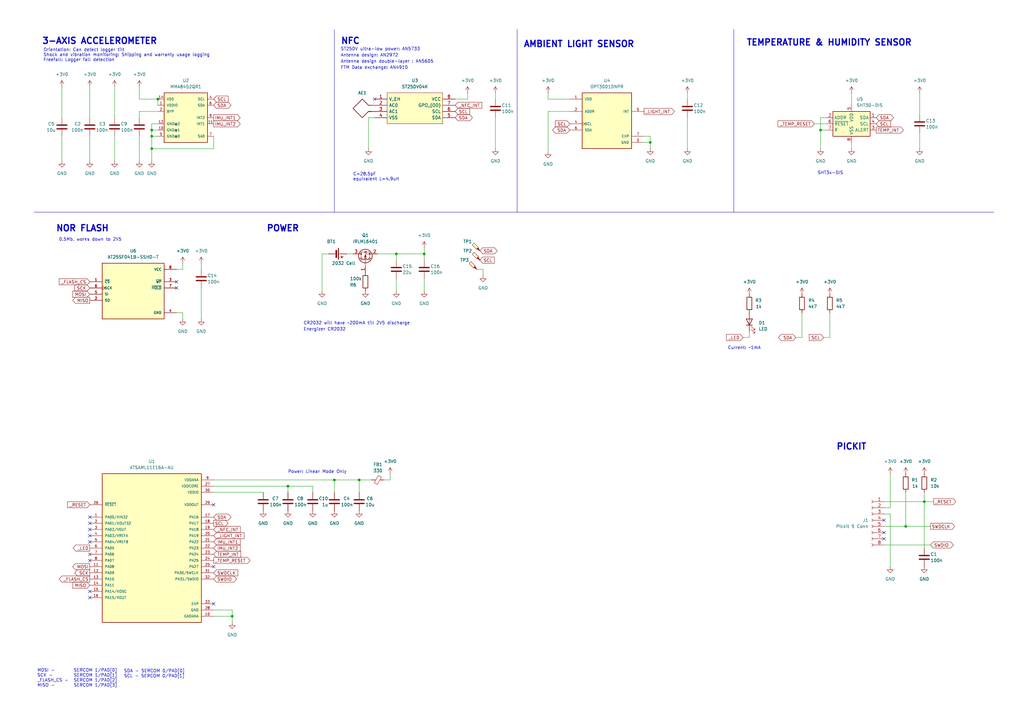
<source format=kicad_sch>
(kicad_sch (version 20230121) (generator eeschema)
  (paper "A3")
  (lib_symbols
    (symbol "AT25DF041B-XMHN-B:AT25DF041B-XMHN-B" (pin_names (offset 1.016))
      (property "Reference" "U" (at -12.7 13.462 0))
      (property "Value" "AT25DF041B-XMHN-B" (at -12.7 -12.7 0))
      (symbol "AT25DF041B-XMHN-B_0_0"
        (pin input line (at -17.78 5.08 0) (length 5.08) (name "~{CS}") (number "1"))
        (pin bidirectional line (at -17.78 -2.54 0) (length 5.08) (name "SO") (number "2"))
        (pin bidirectional line (at 17.78 5.08 180) (length 5.08) (name "~{WP}") (number "3"))
        (pin power_in line (at 17.78 -7.62 180) (length 5.08) (name "GND") (number "4"))
        (pin bidirectional line (at -17.78 0 0) (length 5.08) (name "SI") (number "5"))
        (pin input clock (at -17.78 2.54 0) (length 5.08) (name "SCK") (number "6"))
        (pin bidirectional line (at 17.78 2.54 180) (length 5.08) (name "~{HOLD}") (number "7"))
        (pin power_in line (at 17.78 10.16 180) (length 5.08) (name "VCC") (number "8"))
      )
    )
    (symbol "ATSAML11E16A-MU:ATSAML11E16A-MU" (pin_names (offset 1.016))
      (property "Reference" "U" (at -20.32 31.115 0))
      (property "Value" "ATSAML11E16A-MU" (at -20.32 -33.02 0))
      (symbol "ATSAML11E16A-MU_0_0"
        (pin bidirectional line (at -25.4 12.7 0) (length 5.08) (name "PA00/XIN32") (number "1"))
        (pin power_in line (at 25.4 -27.94 180) (length 5.08) (name "GNDANA") (number "10"))
        (pin bidirectional line (at -25.4 -7.62 0) (length 5.08) (name "PA08") (number "11"))
        (pin bidirectional line (at -25.4 -10.16 0) (length 5.08) (name "PA09") (number "12"))
        (pin bidirectional line (at -25.4 -12.7 0) (length 5.08) (name "PA10") (number "13"))
        (pin bidirectional line (at -25.4 -15.24 0) (length 5.08) (name "PA11") (number "14"))
        (pin bidirectional line (at -25.4 -17.78 0) (length 5.08) (name "PA14/XOSC") (number "15"))
        (pin bidirectional line (at -25.4 -20.32 0) (length 5.08) (name "PA15/XOUT") (number "16"))
        (pin bidirectional line (at 25.4 12.7 180) (length 5.08) (name "PA16") (number "17"))
        (pin bidirectional line (at 25.4 10.16 180) (length 5.08) (name "PA17") (number "18"))
        (pin bidirectional line (at 25.4 7.62 180) (length 5.08) (name "PA18") (number "19"))
        (pin bidirectional line (at -25.4 10.16 0) (length 5.08) (name "PA01/XOUT32") (number "2"))
        (pin bidirectional line (at 25.4 5.08 180) (length 5.08) (name "PA19") (number "20"))
        (pin bidirectional line (at 25.4 2.54 180) (length 5.08) (name "PA22") (number "21"))
        (pin bidirectional line (at 25.4 0 180) (length 5.08) (name "PA23") (number "22"))
        (pin bidirectional line (at 25.4 -2.54 180) (length 5.08) (name "PA24") (number "23"))
        (pin bidirectional line (at 25.4 -5.08 180) (length 5.08) (name "PA25") (number "24"))
        (pin bidirectional line (at 25.4 -7.62 180) (length 5.08) (name "PA27") (number "25"))
        (pin input line (at -25.4 17.78 0) (length 5.08) (name "~{RESET}") (number "26"))
        (pin power_in line (at 25.4 25.4 180) (length 5.08) (name "VDDCORE") (number "27"))
        (pin power_in line (at 25.4 -25.4 180) (length 5.08) (name "GND") (number "28"))
        (pin output line (at 25.4 17.78 180) (length 5.08) (name "VDDOUT") (number "29"))
        (pin bidirectional line (at -25.4 7.62 0) (length 5.08) (name "PA02/VOUT") (number "3"))
        (pin power_in line (at 25.4 22.86 180) (length 5.08) (name "VDDIO") (number "30"))
        (pin bidirectional line (at 25.4 -10.16 180) (length 5.08) (name "PA30/SWCLK") (number "31"))
        (pin bidirectional line (at 25.4 -12.7 180) (length 5.08) (name "PA31/SWDIO") (number "32"))
        (pin power_in line (at 25.4 -22.86 180) (length 5.08) (name "EXP") (number "33"))
        (pin bidirectional line (at -25.4 5.08 0) (length 5.08) (name "PA03/VREFA") (number "4"))
        (pin bidirectional line (at -25.4 2.54 0) (length 5.08) (name "PA04/VREFB") (number "5"))
        (pin bidirectional line (at -25.4 0 0) (length 5.08) (name "PA05") (number "6"))
        (pin bidirectional line (at -25.4 -2.54 0) (length 5.08) (name "PA06") (number "7"))
        (pin bidirectional line (at -25.4 -5.08 0) (length 5.08) (name "PA07") (number "8"))
        (pin power_in line (at 25.4 27.94 180) (length 5.08) (name "VDDANA") (number "9"))
      )
    )
    (symbol "Connector:Conn_01x08_Socket" (pin_names (offset 1.016) hide)
      (property "Reference" "J" (at 0 10.16 0))
      (property "Value" "Conn_01x08_Socket" (at 0 -12.7 0))
      (symbol "Conn_01x08_Socket_1_1"
        (pin passive line (at -5.08 7.62 0) (length 3.81) (name "Pin_1") (number "1"))
        (pin passive line (at -5.08 5.08 0) (length 3.81) (name "Pin_2") (number "2"))
        (pin passive line (at -5.08 2.54 0) (length 3.81) (name "Pin_3") (number "3"))
        (pin passive line (at -5.08 0 0) (length 3.81) (name "Pin_4") (number "4"))
        (pin passive line (at -5.08 -2.54 0) (length 3.81) (name "Pin_5") (number "5"))
        (pin passive line (at -5.08 -5.08 0) (length 3.81) (name "Pin_6") (number "6"))
        (pin passive line (at -5.08 -7.62 0) (length 3.81) (name "Pin_7") (number "7"))
        (pin passive line (at -5.08 -10.16 0) (length 3.81) (name "Pin_8") (number "8"))
      )
    )
    (symbol "Connector:TestPoint_Probe" (pin_numbers hide) (pin_names (offset 0.762) hide)
      (property "Reference" "TP" (at 1.651 5.842 0))
      (property "Value" "TestPoint_Probe" (at 1.651 4.064 0))
      (symbol "TestPoint_Probe_1_1"
        (pin passive line (at 0 0 90) (length 0) (name "1") (number "1"))
      )
    )
    (symbol "Device:Antenna_Loop" (pin_numbers hide) (pin_names (offset 1.016) hide)
      (property "Reference" "AE" (at 1.27 6.35 0))
      (property "Value" "Antenna_Loop" (at 1.27 5.08 0))
      (symbol "Antenna_Loop_1_1"
        (pin input line (at 0 -5.08 90) (length 2.54) (name "~") (number "1"))
        (pin input line (at 2.54 -5.08 90) (length 2.54) (name "~") (number "2"))
      )
    )
    (symbol "Device:Battery_Cell" (pin_numbers hide) (pin_names (offset 0) hide)
      (property "Reference" "BT" (at 2.54 2.54 0))
      (property "Value" "Battery_Cell" (at 2.54 0 0))
      (symbol "Battery_Cell_1_1"
        (pin passive line (at 0 5.08 270) (length 2.54) (name "+") (number "1"))
        (pin passive line (at 0 -2.54 90) (length 2.54) (name "-") (number "2"))
      )
    )
    (symbol "Device:C" (pin_numbers hide) (pin_names (offset 0.254))
      (property "Reference" "C" (at 0.635 2.54 0))
      (property "Value" "C" (at 0.635 -2.54 0))
      (symbol "C_1_1"
        (pin passive line (at 0 3.81 270) (length 2.794) (name "~") (number "1"))
        (pin passive line (at 0 -3.81 90) (length 2.794) (name "~") (number "2"))
      )
    )
    (symbol "Device:FerriteBead_Small" (pin_numbers hide) (pin_names (offset 0))
      (property "Reference" "FB" (at 1.905 1.27 0))
      (property "Value" "FerriteBead_Small" (at 1.905 -1.27 0))
      (symbol "FerriteBead_Small_1_1"
        (pin passive line (at 0 2.54 270) (length 1.27) (name "~") (number "1"))
        (pin passive line (at 0 -2.54 90) (length 1.27) (name "~") (number "2"))
      )
    )
    (symbol "Device:LED" (pin_numbers hide) (pin_names (offset 1.016) hide)
      (property "Reference" "D" (at 0 2.54 0))
      (property "Value" "LED" (at 0 -2.54 0))
      (symbol "LED_1_1"
        (pin passive line (at -3.81 0 0) (length 2.54) (name "K") (number "1"))
        (pin passive line (at 3.81 0 180) (length 2.54) (name "A") (number "2"))
      )
    )
    (symbol "Device:Q_PMOS_GSD" (pin_names (offset 0) hide)
      (property "Reference" "Q" (at 5.08 1.27 0))
      (property "Value" "Q_PMOS_GSD" (at 5.08 -1.27 0))
      (symbol "Q_PMOS_GSD_1_1"
        (pin input line (at -5.08 0 0) (length 2.54) (name "G") (number "1"))
        (pin passive line (at 2.54 -5.08 90) (length 2.54) (name "S") (number "2"))
        (pin passive line (at 2.54 5.08 270) (length 2.54) (name "D") (number "3"))
      )
    )
    (symbol "Device:R" (pin_numbers hide) (pin_names (offset 0))
      (property "Reference" "R" (at 2.032 0 90))
      (property "Value" "R" (at 0 0 90))
      (symbol "R_1_1"
        (pin passive line (at 0 3.81 270) (length 1.27) (name "~") (number "1"))
        (pin passive line (at 0 -3.81 90) (length 1.27) (name "~") (number "2"))
      )
    )
    (symbol "GND_1" (power) (pin_names (offset 0))
      (property "Value" "GND_1" (at 0 -3.81 0))
      (symbol "GND_1_1_1"
        (pin power_in line (at 0 0 270) (length 0) hide (name "GND") (number "1"))
      )
    )
    (symbol "MMA8452Q:MMA8452Q" (pin_names (offset 1.016))
      (property "Reference" "U" (at -7.6246 10.6744 0))
      (property "Value" "MMA8452Q" (at -7.6292 -12.4611 0))
      (symbol "MMA8452Q_0_0"
        (pin bidirectional line (at -10.16 5.08 0) (length 2.54) (name "VDDIO") (number "1"))
        (pin bidirectional line (at -10.16 -5.08 0) (length 2.54) (name "GND@1") (number "10"))
        (pin bidirectional line (at 12.7 -2.54 180) (length 2.54) (name "INT1") (number "11"))
        (pin bidirectional line (at -10.16 -2.54 0) (length 2.54) (name "GND@2") (number "12"))
        (pin bidirectional line (at -10.16 7.62 0) (length 2.54) (name "VDD") (number "14"))
        (pin bidirectional line (at -10.16 2.54 0) (length 2.54) (name "BYP") (number "2"))
        (pin bidirectional line (at 12.7 7.62 180) (length 2.54) (name "SCL") (number "4"))
        (pin bidirectional line (at -10.16 -7.62 0) (length 2.54) (name "GND@0") (number "5"))
        (pin bidirectional line (at 12.7 5.08 180) (length 2.54) (name "SDA") (number "6"))
        (pin bidirectional line (at 12.7 -7.62 180) (length 2.54) (name "SA0") (number "7"))
        (pin bidirectional line (at 12.7 0 180) (length 2.54) (name "INT2") (number "9"))
      )
    )
    (symbol "OPT3001DNPR:OPT3001DNPR" (pin_names (offset 1.016))
      (property "Reference" "U" (at -10.16 13.97 0))
      (property "Value" "OPT3001DNPR" (at -10.16 -11.43 0))
      (symbol "OPT3001DNPR_0_0"
        (pin power_in line (at -15.24 10.16 0) (length 5.08) (name "VDD") (number "1"))
        (pin input line (at -15.24 5.08 0) (length 5.08) (name "ADDR") (number "2"))
        (pin power_in line (at 15.24 -7.62 180) (length 5.08) (name "GND") (number "3"))
        (pin input clock (at -15.24 0 0) (length 5.08) (name "SCL") (number "4"))
        (pin output line (at 15.24 5.08 180) (length 5.08) (name "INT") (number "5"))
        (pin bidirectional line (at -15.24 -2.54 0) (length 5.08) (name "SDA") (number "6"))
        (pin passive line (at 15.24 -5.08 180) (length 5.08) (name "EXP") (number "7"))
      )
    )
    (symbol "ST25DV64K-IER8T3:ST25DV64K-IER8T3" (pin_names (offset 0.762))
      (property "Reference" "IC?" (at 16.51 7.62 0))
      (property "Value" "ST25DV64K-IER8T3" (at 16.51 5.08 0))
      (symbol "ST25DV64K-IER8T3_0_0"
        (pin passive line (at 0 0 0) (length 5.08) (name "V_EH") (number "1"))
        (pin passive line (at 0 -2.54 0) (length 5.08) (name "AC0") (number "2"))
        (pin passive line (at 0 -5.08 0) (length 5.08) (name "AC1") (number "3"))
        (pin passive line (at 0 -7.62 0) (length 5.08) (name "VSS") (number "4"))
        (pin passive line (at 33.02 -7.62 180) (length 5.08) (name "SDA") (number "5"))
        (pin passive line (at 33.02 -5.08 180) (length 5.08) (name "SCL") (number "6"))
        (pin passive line (at 33.02 -2.54 180) (length 5.08) (name "GPO_(OD)") (number "7"))
        (pin passive line (at 33.02 0 180) (length 5.08) (name "VCC") (number "8"))
      )
    )
    (symbol "Sensor_Humidity:SHT30-DIS"
      (property "Reference" "U" (at -6.35 6.35 0))
      (property "Value" "SHT30-DIS" (at 6.35 6.35 0))
      (symbol "SHT30-DIS_1_1"
        (pin bidirectional line (at 10.16 2.54 180) (length 2.54) (name "SDA") (number "1"))
        (pin input line (at -10.16 2.54 0) (length 2.54) (name "ADDR") (number "2"))
        (pin output line (at 10.16 -2.54 180) (length 2.54) (name "ALERT") (number "3"))
        (pin input line (at 10.16 0 180) (length 2.54) (name "SCL") (number "4"))
        (pin power_in line (at 0 7.62 270) (length 2.54) (name "VDD") (number "5"))
        (pin input line (at -10.16 0 0) (length 2.54) (name "~{RESET}") (number "6"))
        (pin passive line (at -10.16 -2.54 0) (length 2.54) (name "R") (number "7"))
        (pin power_in line (at 0 -7.62 90) (length 2.54) (name "VSS") (number "8"))
        (pin passive line (at 0 -7.62 90) (length 2.54) hide (name "VSS") (number "9"))
      )
    )
    (symbol "power:+3V0" (power) (pin_names (offset 0))
      (property "Value" "+3V0" (at 0 3.556 0))
      (symbol "+3V0_1_1"
        (pin power_in line (at 0 0 90) (length 0) hide (name "+3V0") (number "1"))
      )
    )
    (symbol "power:GND" (power) (pin_names (offset 0))
      (property "Value" "GND" (at 0 -3.81 0))
      (symbol "GND_1_1"
        (pin power_in line (at 0 0 270) (length 0) hide (name "GND") (number "1"))
      )
    )
  )
  (junction (at 173.99 104.14))
  (junction (at 137.16 196.85))
  (junction (at 62.23 53.34))
  (junction (at 379.095 205.74))
  (junction (at 147.32 196.85))
  (junction (at 64.77 40.64))
  (junction (at 95.25 252.73))
  (junction (at 118.11 199.39))
  (junction (at 62.23 60.96))
  (junction (at 336.55 53.34))
  (junction (at 62.23 55.88))
  (junction (at 266.7 58.42))
  (junction (at 371.475 215.9))
  (junction (at 162.56 104.14))
  (no_connect (at 36.83 229.87))
  (no_connect (at 36.83 222.25))
  (no_connect (at 87.63 247.65))
  (no_connect (at 36.83 217.17))
  (no_connect (at 36.83 219.71))
  (no_connect (at 153.67 40.64))
  (no_connect (at 87.63 232.41))
  (no_connect (at 36.83 245.11))
  (no_connect (at 87.63 207.01))
  (no_connect (at 36.83 227.33))
  (no_connect (at 72.39 118.11))
  (no_connect (at 362.585 213.36))
  (no_connect (at 362.585 220.98))
  (no_connect (at 362.585 218.44))
  (no_connect (at 36.83 242.57))
  (no_connect (at 36.83 212.09))
  (no_connect (at 72.39 115.57))
  (no_connect (at 36.83 214.63))
  (wire (pts (xy 147.32 196.85) (xy 152.4 196.85)))
  (wire (pts (xy 62.23 50.8) (xy 64.77 50.8)))
  (wire (pts (xy 336.55 53.34) (xy 339.09 53.34)))
  (wire (pts (xy 336.55 48.26) (xy 339.09 48.26)))
  (wire (pts (xy 57.15 40.64) (xy 64.77 40.64)))
  (wire (pts (xy 349.25 38.1) (xy 349.25 43.18)))
  (wire (pts (xy 281.94 48.26) (xy 281.94 60.96)))
  (wire (pts (xy 132.08 104.14) (xy 134.62 104.14)))
  (wire (pts (xy 173.99 119.38) (xy 173.99 114.3)))
  (wire (pts (xy 62.23 55.88) (xy 64.77 55.88)))
  (wire (pts (xy 162.56 104.14) (xy 162.56 106.68)))
  (wire (pts (xy 198.12 110.49) (xy 198.12 113.03)))
  (wire (pts (xy 87.63 250.19) (xy 95.25 250.19)))
  (polyline (pts (xy 13.97 86.995) (xy 137.16 86.995)))
  (wire (pts (xy 349.25 60.96) (xy 349.25 58.42)))
  (wire (pts (xy 74.93 107.95) (xy 74.93 110.49)))
  (wire (pts (xy 82.55 107.95) (xy 82.55 110.49)))
  (wire (pts (xy 62.23 55.88) (xy 62.23 53.34)))
  (wire (pts (xy 304.8 138.43) (xy 307.34 138.43)))
  (wire (pts (xy 87.63 199.39) (xy 118.11 199.39)))
  (wire (pts (xy 362.585 205.74) (xy 379.095 205.74)))
  (wire (pts (xy 224.79 40.64) (xy 224.79 38.1)))
  (wire (pts (xy 151.13 48.26) (xy 151.13 60.96)))
  (wire (pts (xy 162.56 119.38) (xy 162.56 114.3)))
  (wire (pts (xy 336.55 60.96) (xy 336.55 53.34)))
  (polyline (pts (xy 300.99 86.995) (xy 407.67 86.995)))
  (wire (pts (xy 264.16 55.88) (xy 266.7 55.88)))
  (wire (pts (xy 191.77 38.1) (xy 191.77 40.64)))
  (wire (pts (xy 365.125 208.28) (xy 362.585 208.28)))
  (wire (pts (xy 281.94 38.1) (xy 281.94 40.64)))
  (wire (pts (xy 95.25 250.19) (xy 95.25 252.73)))
  (wire (pts (xy 128.27 201.93) (xy 128.27 199.39)))
  (wire (pts (xy 379.095 205.74) (xy 382.905 205.74)))
  (wire (pts (xy 381.635 215.9) (xy 371.475 215.9)))
  (wire (pts (xy 365.125 210.82) (xy 362.585 210.82)))
  (wire (pts (xy 203.2 60.96) (xy 203.2 48.26)))
  (wire (pts (xy 137.16 196.85) (xy 137.16 201.93)))
  (wire (pts (xy 137.16 196.85) (xy 147.32 196.85)))
  (wire (pts (xy 334.01 50.8) (xy 339.09 50.8)))
  (wire (pts (xy 266.7 55.88) (xy 266.7 58.42)))
  (wire (pts (xy 377.19 38.1) (xy 377.19 46.99)))
  (polyline (pts (xy 212.09 86.995) (xy 300.99 86.995)))
  (wire (pts (xy 62.23 53.34) (xy 64.77 53.34)))
  (wire (pts (xy 186.69 40.64) (xy 191.77 40.64)))
  (wire (pts (xy 62.23 60.96) (xy 62.23 66.04)))
  (wire (pts (xy 36.83 55.88) (xy 36.83 66.04)))
  (wire (pts (xy 72.39 110.49) (xy 74.93 110.49)))
  (wire (pts (xy 46.99 55.88) (xy 46.99 66.04)))
  (wire (pts (xy 87.63 60.96) (xy 87.63 55.88)))
  (polyline (pts (xy 300.99 86.995) (xy 300.99 12.065)))
  (wire (pts (xy 25.4 35.56) (xy 25.4 48.26)))
  (wire (pts (xy 198.12 110.49) (xy 195.58 110.49)))
  (wire (pts (xy 362.585 223.52) (xy 381.635 223.52)))
  (wire (pts (xy 25.4 66.04) (xy 25.4 55.88)))
  (wire (pts (xy 62.23 60.96) (xy 87.63 60.96)))
  (wire (pts (xy 336.55 53.34) (xy 336.55 48.26)))
  (wire (pts (xy 87.63 196.85) (xy 137.16 196.85)))
  (wire (pts (xy 147.32 201.93) (xy 147.32 196.85)))
  (wire (pts (xy 36.83 35.56) (xy 36.83 48.26)))
  (wire (pts (xy 224.79 45.72) (xy 233.68 45.72)))
  (wire (pts (xy 365.125 194.31) (xy 365.125 208.28)))
  (wire (pts (xy 95.25 255.27) (xy 95.25 252.73)))
  (polyline (pts (xy 137.16 12.065) (xy 137.16 86.995)))
  (wire (pts (xy 326.39 138.43) (xy 328.93 138.43)))
  (wire (pts (xy 57.15 35.56) (xy 57.15 40.64)))
  (wire (pts (xy 160.02 196.85) (xy 157.48 196.85)))
  (wire (pts (xy 377.19 60.96) (xy 377.19 54.61)))
  (polyline (pts (xy 212.09 86.995) (xy 212.09 12.065)))
  (wire (pts (xy 224.79 40.64) (xy 233.68 40.64)))
  (wire (pts (xy 74.93 130.81) (xy 74.93 128.27)))
  (wire (pts (xy 62.23 60.96) (xy 62.23 55.88)))
  (wire (pts (xy 365.125 232.41) (xy 365.125 210.82)))
  (wire (pts (xy 62.23 53.34) (xy 62.23 50.8)))
  (wire (pts (xy 154.94 104.14) (xy 162.56 104.14)))
  (wire (pts (xy 72.39 128.27) (xy 74.93 128.27)))
  (wire (pts (xy 328.93 128.27) (xy 328.93 138.43)))
  (wire (pts (xy 371.475 201.93) (xy 371.475 215.9)))
  (wire (pts (xy 57.15 55.88) (xy 57.15 66.04)))
  (wire (pts (xy 160.02 194.31) (xy 160.02 196.85)))
  (wire (pts (xy 264.16 58.42) (xy 266.7 58.42)))
  (wire (pts (xy 151.13 48.26) (xy 153.67 48.26)))
  (wire (pts (xy 173.99 106.68) (xy 173.99 104.14)))
  (wire (pts (xy 87.63 201.93) (xy 107.95 201.93)))
  (wire (pts (xy 203.2 38.1) (xy 203.2 40.64)))
  (wire (pts (xy 82.55 130.81) (xy 82.55 118.11)))
  (wire (pts (xy 64.77 40.64) (xy 64.77 43.18)))
  (wire (pts (xy 340.36 138.43) (xy 337.82 138.43)))
  (wire (pts (xy 128.27 199.39) (xy 118.11 199.39)))
  (wire (pts (xy 173.99 101.6) (xy 173.99 104.14)))
  (wire (pts (xy 379.095 201.93) (xy 379.095 205.74)))
  (wire (pts (xy 162.56 104.14) (xy 173.99 104.14)))
  (wire (pts (xy 307.34 138.43) (xy 307.34 135.89)))
  (wire (pts (xy 46.99 35.56) (xy 46.99 48.26)))
  (wire (pts (xy 340.36 128.27) (xy 340.36 138.43)))
  (wire (pts (xy 57.15 45.72) (xy 64.77 45.72)))
  (wire (pts (xy 142.24 104.14) (xy 144.78 104.14)))
  (polyline (pts (xy 137.16 86.995) (xy 212.09 86.995)))
  (wire (pts (xy 87.63 252.73) (xy 95.25 252.73)))
  (wire (pts (xy 371.475 215.9) (xy 362.585 215.9)))
  (wire (pts (xy 224.79 62.23) (xy 224.79 45.72)))
  (wire (pts (xy 379.095 205.74) (xy 379.095 224.79)))
  (wire (pts (xy 57.15 48.26) (xy 57.15 45.72)))
  (wire (pts (xy 132.08 104.14) (xy 132.08 119.38)))
  (wire (pts (xy 266.7 58.42) (xy 266.7 60.96)))
  (wire (pts (xy 118.11 199.39) (xy 118.11 201.93)))
  (text "Current: ~1mA " (at 298.45 143.51 0) (effects (font (size 1.27 1.27)) (justify left bottom)))
  (text "CR2032 will have ~200mA till 2V5 discharge" (at 124.46 133.35 0) (effects (font (size 1.27 1.27)) (justify left bottom)))
  (text "С=28.5pF\nequivalent L=4.9uH" (at 144.78 74.295 0) (effects (font (size 1.27 1.27)) (justify left bottom)))
  (text "MOSI -		SERCOM 1/PAD[0]\nSCK -		SERCOM 1/PAD[1]\n_FLASH_CS -	SERCOM 1/PAD[2]\nMISO -		SERCOM 1/PAD[3]" (at 15.24 281.94 0) (effects (font (size 1.27 1.27)) (justify left bottom)))
  (text "POWER" (at 109.22 95.25 0) (effects (font (size 2.54 2.54) (thickness 0.508) bold) (justify left bottom)))
  (text "TEMPERATURE & HUMIDITY SENSOR\n" (at 306.07 19.05 0) (effects (font (size 2.54 2.54) (thickness 0.508) bold) (justify left bottom)))
  (text "SDA - SERCOM 0/PAD[0]\nSCL - SERCOM 0/PAD[1]" (at 50.8 278.13 0) (effects (font (size 1.27 1.27)) (justify left bottom)))
  (text "ST25DV ultra-low power: AN5733" (at 139.7 20.955 0) (effects (font (size 1.27 1.27)) (justify left bottom)))
  (text "NOR FLASH" (at 22.86 95.25 0) (effects (font (size 2.54 2.54) (thickness 0.508) bold) (justify left bottom)))
  (text "Antenna design double-layer : AN5605" (at 139.7 26.035 0) (effects (font (size 1.27 1.27)) (justify left bottom)))
  (text "FTM Data exchange: AN4910" (at 139.7 28.575 0) (effects (font (size 1.27 1.27)) (justify left bottom)))
  (text "3-AXIS ACCELEROMETER" (at 17.145 18.415 0) (effects (font (size 2.54 2.54) (thickness 0.508) bold) (justify left bottom)))
  (text "Antenna design: AN2972" (at 139.7 23.495 0) (effects (font (size 1.27 1.27)) (justify left bottom)))
  (text "Power: Linear Mode Only" (at 118.11 194.31 0) (effects (font (size 1.27 1.27)) (justify left bottom)))
  (text "0.5Mb, works down to 2V5 " (at 24.13 99.06 0) (effects (font (size 1.27 1.27)) (justify left bottom)))
  (text "AMBIENT LIGHT SENSOR\n" (at 214.63 19.685 0) (effects (font (size 2.54 2.54) (thickness 0.508) bold) (justify left bottom)))
  (text "SHT3x-DIS" (at 335.28 71.755 0) (effects (font (size 1.27 1.27)) (justify left bottom)))
  (text "PICKIT " (at 342.9 184.785 0) (effects (font (size 2.54 2.54) (thickness 0.508) bold) (justify left bottom)))
  (text "Orientation: Can detect logger tilt\nShock and vibration monitoring: Shipping and warranty usage logging\nFreefall: Logger fall detection" (at 17.78 25.4 0) (effects (font (size 1.27 1.27)) (justify left bottom)))
  (text "Energizer CR2032" (at 124.46 135.89 0) (effects (font (size 1.27 1.27)) (justify left bottom)))
  (text "NFC\n" (at 139.7 18.415 0) (effects (font (size 2.54 2.54) (thickness 0.508) bold) (justify left bottom)))
  (global_label "_LIGHT_INT" (shape output) (at 264.16 45.72 0) (property "Intersheetrefs" "${INTERSHEET_REFS}" (effects hide)))
  (global_label "SCL" (shape input) (at 186.69 45.72 0) (property "Intersheetrefs" "${INTERSHEET_REFS}" (effects hide)))
  (global_label "SCL" (shape input) (at 359.41 50.8 0) (property "Intersheetrefs" "${INTERSHEET_REFS}" (effects hide)))
  (global_label "SDA" (shape bidirectional) (at 87.63 43.18 0) (property "Intersheetrefs" "${INTERSHEET_REFS}" (effects hide)))
  (global_label "SCL" (shape output) (at 87.63 214.63 0) (property "Intersheetrefs" "${INTERSHEET_REFS}" (effects hide)))
  (global_label "TEMP_INT" (shape input) (at 87.63 227.33 0) (property "Intersheetrefs" "${INTERSHEET_REFS}" (effects hide)))
  (global_label "SDA" (shape bidirectional) (at 359.41 48.26 0) (property "Intersheetrefs" "${INTERSHEET_REFS}" (effects hide)))
  (global_label "SWDCLK" (shape output) (at 381.635 215.9 0) (property "Intersheetrefs" "${INTERSHEET_REFS}" (effects hide)))
  (global_label "SCL" (shape input) (at 337.82 138.43 180) (property "Intersheetrefs" "${INTERSHEET_REFS}" (effects hide)))
  (global_label "SWDCLK" (shape input) (at 87.63 234.95 0) (property "Intersheetrefs" "${INTERSHEET_REFS}" (effects hide)))
  (global_label "_LIGHT_INT" (shape input) (at 87.63 219.71 0) (property "Intersheetrefs" "${INTERSHEET_REFS}" (effects hide)))
  (global_label "SCK" (shape input) (at 36.83 118.11 180) (property "Intersheetrefs" "${INTERSHEET_REFS}" (effects hide)))
  (global_label "IMU_INT1" (shape input) (at 87.63 222.25 0) (property "Intersheetrefs" "${INTERSHEET_REFS}" (effects hide)))
  (global_label "_NFC_INT" (shape input) (at 186.69 43.18 0) (property "Intersheetrefs" "${INTERSHEET_REFS}" (effects hide)))
  (global_label "IMU_INT1" (shape output) (at 87.63 48.26 0) (property "Intersheetrefs" "${INTERSHEET_REFS}" (effects hide)))
  (global_label "SDA" (shape bidirectional) (at 87.63 212.09 0) (property "Intersheetrefs" "${INTERSHEET_REFS}" (effects hide)))
  (global_label "SDA" (shape bidirectional) (at 233.68 53.34 180) (property "Intersheetrefs" "${INTERSHEET_REFS}" (effects hide)))
  (global_label "_NFC_INT" (shape input) (at 87.63 217.17 0) (property "Intersheetrefs" "${INTERSHEET_REFS}" (effects hide)))
  (global_label "SDA" (shape bidirectional) (at 326.39 138.43 180) (property "Intersheetrefs" "${INTERSHEET_REFS}" (effects hide)))
  (global_label "_FLASH_CS" (shape output) (at 36.83 237.49 180) (property "Intersheetrefs" "${INTERSHEET_REFS}" (effects hide)))
  (global_label "_TEMP_RESET" (shape output) (at 87.63 229.87 0) (property "Intersheetrefs" "${INTERSHEET_REFS}" (effects hide)))
  (global_label "SCK" (shape output) (at 36.83 234.95 180) (property "Intersheetrefs" "${INTERSHEET_REFS}" (effects hide)))
  (global_label "_RESET" (shape input) (at 36.83 207.01 180) (property "Intersheetrefs" "${INTERSHEET_REFS}" (effects hide)))
  (global_label "SCL" (shape input) (at 196.85 106.68 0) (property "Intersheetrefs" "${INTERSHEET_REFS}" (effects hide)))
  (global_label "_TEMP_RESET" (shape input) (at 334.01 50.8 180) (property "Intersheetrefs" "${INTERSHEET_REFS}" (effects hide)))
  (global_label "SWDIO" (shape bidirectional) (at 87.63 237.49 0) (property "Intersheetrefs" "${INTERSHEET_REFS}" (effects hide)))
  (global_label "_LED" (shape output) (at 36.83 224.79 180) (property "Intersheetrefs" "${INTERSHEET_REFS}" (effects hide)))
  (global_label "SCL" (shape input) (at 233.68 50.8 180) (property "Intersheetrefs" "${INTERSHEET_REFS}" (effects hide)))
  (global_label "SDA" (shape bidirectional) (at 196.85 102.87 0) (property "Intersheetrefs" "${INTERSHEET_REFS}" (effects hide)))
  (global_label "_LED" (shape input) (at 304.8 138.43 180) (property "Intersheetrefs" "${INTERSHEET_REFS}" (effects hide)))
  (global_label "_RESET" (shape output) (at 382.905 205.74 0) (property "Intersheetrefs" "${INTERSHEET_REFS}" (effects hide)))
  (global_label "SDA" (shape bidirectional) (at 186.69 48.26 0) (property "Intersheetrefs" "${INTERSHEET_REFS}" (effects hide)))
  (global_label "SCL" (shape input) (at 87.63 40.64 0) (property "Intersheetrefs" "${INTERSHEET_REFS}" (effects hide)))
  (global_label "MISO" (shape output) (at 36.83 123.19 180) (property "Intersheetrefs" "${INTERSHEET_REFS}" (effects hide)))
  (global_label "_FLASH_CS" (shape input) (at 36.83 115.57 180) (property "Intersheetrefs" "${INTERSHEET_REFS}" (effects hide)))
  (global_label "IMU_INT2" (shape input) (at 87.63 224.79 0) (property "Intersheetrefs" "${INTERSHEET_REFS}" (effects hide)))
  (global_label "MISO" (shape input) (at 36.83 240.03 180) (property "Intersheetrefs" "${INTERSHEET_REFS}" (effects hide)))
  (global_label "IMU_INT2" (shape output) (at 87.63 50.8 0) (property "Intersheetrefs" "${INTERSHEET_REFS}" (effects hide)))
  (global_label "TEMP_INT" (shape output) (at 359.41 53.34 0) (property "Intersheetrefs" "${INTERSHEET_REFS}" (effects hide)))
  (global_label "MOSI" (shape output) (at 36.83 232.41 180) (property "Intersheetrefs" "${INTERSHEET_REFS}" (effects hide)))
  (global_label "SWDIO" (shape bidirectional) (at 381.635 223.52 0) (property "Intersheetrefs" "${INTERSHEET_REFS}" (effects hide)))
  (global_label "MOSI" (shape input) (at 36.83 120.65 180) (property "Intersheetrefs" "${INTERSHEET_REFS}" (effects hide)))
  (symbol (lib_id "power:+3V0") (at 173.99 101.6 0) (mirror y) (unit 1)
    (property "Reference" "#PWR044" (effects hide))
    (property "Value" "+3V0" (at 173.99 96.52 0))
  )
  (symbol (lib_id "Connector:Conn_01x08_Socket") (at 357.505 213.36 0) (mirror y) (unit 1) (in_bom no)
    (property "Reference" "J1" (at 356.235 213.36 0) (effects (justify left)))
    (property "Value" "Pickit 5 Conn" (at 356.235 215.9 0) (effects (justify left)))
    (property "Footprint" "Connector_PinSocket_2.54mm:PinSocket_1x08_P2.54mm_Vertical" (effects hide))
    (property "Datasheet" "https://ww1.microchip.com/downloads/aemDocuments/documents/DEV/ProductDocuments/UserGuides/MPLAB-PICkit-5-In-Circuit-Debugger-Users-Guide-50003525.pdf" (effects hide))
  )
  (symbol (lib_id "power:+3V0") (at 46.99 35.56 0) (unit 1)
    (property "Reference" "#PWR07" (effects hide))
    (property "Value" "+3V0" (at 46.99 30.48 0))
  )
  (symbol (lib_id "Device:C") (at 25.4 52.07 0) (unit 1)
    (property "Reference" "C5" (at 19.685 50.8 0) (effects (justify left)))
    (property "Value" "10u" (at 19.05 53.34 0) (effects (justify left)))
    (property "Footprint" "Capacitor_SMD:C_0805_2012Metric_Pad1.18x1.45mm_HandSolder" (effects hide))
    (property "LCSC Part" "C1713" (effects hide))
    (property "URL" "https://www.lcsc.com/product-detail/Multilayer-Ceramic-Capacitors-MLCC-SMD-SMT_Samsung-Electro-Mechanics-CL21A106KOQNNNE_C1713.html" (effects hide))
    (property "Part" "CL21A106KOQNNNE" (effects hide))
  )
  (symbol (lib_id "Device:C") (at 36.83 52.07 0) (unit 1)
    (property "Reference" "C2" (at 30.48 50.8 0) (effects (justify left)))
    (property "Value" "100n" (at 29.21 53.34 0) (effects (justify left)))
    (property "Footprint" "Capacitor_SMD:C_0805_2012Metric_Pad1.18x1.45mm_HandSolder" (effects hide))
    (property "LCSC Part" "C1711" (effects hide))
    (property "URL" "https://www.lcsc.com/product-detail/Multilayer-Ceramic-Capacitors-MLCC-SMD-SMT_Samsung-Electro-Mechanics-CL21B104KBCNNNC_C1711.html" (effects hide))
    (property "Part" "CL21B104KBCNNNC" (effects hide))
  )
  (symbol (lib_id "Device:R") (at 371.475 198.12 0) (unit 1)
    (property "Reference" "R1" (at 376.555 196.85 0) (effects (justify right)))
    (property "Value" "1k" (at 376.555 199.39 0) (effects (justify right)))
    (property "Footprint" "Resistor_SMD:R_0805_2012Metric_Pad1.20x1.40mm_HandSolder" (effects hide))
    (property "LCSC Part" "C95781" (effects hide))
    (property "URL" "https://www.lcsc.com/product-detail/Chip-Resistor-Surface-Mount_YAGEO-RC0805FR-071KL_C95781.html" (effects hide))
    (property "Part" "RC0805FR-071KL" (effects hide))
  )
  (symbol (lib_id "power:+3V0") (at 82.55 107.95 0) (mirror y) (unit 1)
    (property "Reference" "#PWR036" (effects hide))
    (property "Value" "+3V0" (at 82.55 102.87 0))
  )
  (symbol (lib_id "Device:C") (at 377.19 50.8 0) (unit 1)
    (property "Reference" "C13" (at 379.73 49.53 0) (effects (justify left)))
    (property "Value" "100n" (at 379.73 52.07 0) (effects (justify left)))
    (property "Footprint" "Capacitor_SMD:C_0805_2012Metric_Pad1.18x1.45mm_HandSolder" (effects hide))
    (property "LCSC Part" "C1711" (effects hide))
    (property "URL" "https://www.lcsc.com/product-detail/Multilayer-Ceramic-Capacitors-MLCC-SMD-SMT_Samsung-Electro-Mechanics-CL21B104KBCNNNC_C1711.html" (effects hide))
    (property "Part" "CL21B104KBCNNNC" (effects hide))
  )
  (symbol (lib_id "power:GND") (at 162.56 119.38 0) (mirror y) (unit 1)
    (property "Reference" "#PWR043" (effects hide))
    (property "Value" "GND" (at 162.56 124.46 0))
  )
  (symbol (lib_id "Device:C") (at 82.55 114.3 0) (unit 1)
    (property "Reference" "C14" (at 85.09 113.03 0) (effects (justify left)))
    (property "Value" "100n" (at 85.09 115.57 0) (effects (justify left)))
    (property "Footprint" "Capacitor_SMD:C_0805_2012Metric_Pad1.18x1.45mm_HandSolder" (effects hide))
    (property "LCSC Part" "C1711" (effects hide))
    (property "URL" "https://www.lcsc.com/product-detail/Multilayer-Ceramic-Capacitors-MLCC-SMD-SMT_Samsung-Electro-Mechanics-CL21B104KBCNNNC_C1711.html" (effects hide))
    (property "Part" "CL21B104KBCNNNC" (effects hide))
  )
  (symbol (lib_id "Device:Antenna_Loop") (at 148.59 45.72 90) (unit 1) (in_bom no)
    (property "Reference" "AE1" (at 148.59 38.1 90))
    (property "Value" "Antenna_Loop" (effects hide))
    (property "Footprint" "footprints:ANT_NFC_30x40" (effects hide))
  )
  (symbol (lib_id "power:GND") (at 377.19 60.96 0) (mirror y) (unit 1)
    (property "Reference" "#PWR035" (effects hide))
    (property "Value" "GND" (at 377.19 66.04 0))
  )
  (symbol (lib_id "OPT3001DNPR:OPT3001DNPR") (at 248.92 50.8 0) (unit 1)
    (property "Reference" "U4" (at 248.92 33.02 0))
    (property "Value" "OPT3001DNPR" (at 248.92 35.56 0))
    (property "Footprint" "Personal:SON65P200X200X65-7N" (effects hide))
    (property "Manufacturer" "Texas Instruments" (effects hide))
    (property "LCSC Part" "C90462" (effects hide))
    (property "URL" "https://www.lcsc.com/product-detail/Ambient-Light-Sensors_Texas-Instruments-OPT3001DNPR_C90462.html" (effects hide))
    (property "Part" "OPT3001DNPR" (effects hide))
  )
  (symbol (lib_id "Device:LED") (at 307.34 132.08 90) (unit 1)
    (property "Reference" "D1" (at 311.15 132.3974 90) (effects (justify right)))
    (property "Value" "LED" (at 311.15 134.9374 90) (effects (justify right)))
    (property "Footprint" "LED_SMD:LED_0805_2012Metric_Pad1.15x1.40mm_HandSolder" (effects hide))
    (property "LCSC Part" "C84260" (effects hide))
    (property "URL" "https://www.lcsc.com/product-detail/Light-Emitting-Diodes-LED_Foshan-NationStar-Optoelectronics-NCD0805G1_C84260.html" (effects hide))
    (property "Part" "NCD0805G1" (effects hide))
  )
  (symbol (lib_id "power:+3V0") (at 281.94 38.1 0) (mirror y) (unit 1)
    (property "Reference" "#PWR029" (effects hide))
    (property "Value" "+3V0" (at 281.94 33.02 0))
  )
  (symbol (lib_id "Device:FerriteBead_Small") (at 154.94 196.85 270) (unit 1)
    (property "Reference" "FB1" (at 154.9781 190.5 90))
    (property "Value" "330" (at 154.9781 193.04 90))
    (property "Footprint" "Resistor_SMD:R_0805_2012Metric_Pad1.20x1.40mm_HandSolder" (effects hide))
    (property "Description" "330Ω@100MHz 0805 Ferrite Beads" (effects hide))
    (property "LCSC Part" "C47130" (effects hide))
    (property "URL" "https://www.lcsc.com/product-detail/Ferrite-Beads_Murata-Electronics-BLM21PG331SN1D_C74764.html" (effects hide))
    (property "Part" "BLM21PG331SN1D" (effects hide))
  )
  (symbol (lib_name "GND_1") (lib_id "power:GND") (at 95.25 255.27 0) (unit 1)
    (property "Reference" "#PWR03" (effects hide))
    (property "Value" "GND" (at 95.25 260.35 0))
  )
  (symbol (lib_id "ST25DV64K-IER8T3:ST25DV64K-IER8T3") (at 153.67 40.64 0) (unit 1)
    (property "Reference" "U3" (at 170.18 33.02 0))
    (property "Value" "ST25DV04K" (at 170.18 35.56 0))
    (property "Footprint" "Package_SO:TSSOP-8_4.4x3mm_P0.65mm" (effects hide))
    (property "Datasheet" "https://datasheet.lcsc.com/lcsc/2304140030_STMicroelectronics-ST25DV04K-IER6T3_C2654816.pdf" (effects hide))
    (property "Manufacturer" "STMicroelectronics" (effects hide))
    (property "LCSC Part" "C2654816" (effects hide))
    (property "URL" "https://www.lcsc.com/product-detail/RF-Chips_STMicroelectronics-ST25DV04K-IER6T3_C2654816.html" (effects hide))
    (property "Part" "ST25DV04K-IER6T3" (effects hide))
  )
  (symbol (lib_id "power:+3V0") (at 224.79 38.1 0) (mirror y) (unit 1)
    (property "Reference" "#PWR026" (effects hide))
    (property "Value" "+3V0" (at 224.79 33.02 0))
  )
  (symbol (lib_id "Device:R") (at 379.095 198.12 0) (mirror y) (unit 1)
    (property "Reference" "R2" (at 381.635 196.85 0) (effects (justify right)))
    (property "Value" "10k" (at 381.635 199.39 0) (effects (justify right)))
    (property "Footprint" "Resistor_SMD:R_0805_2012Metric_Pad1.20x1.40mm_HandSolder" (effects hide))
    (property "URL" "https://www.lcsc.com/product-detail/Chip-Resistor-Surface-Mount_YAGEO-RC0805FR-0710KL_C84376.html" (effects hide))
    (property "LCSC Part" "C84376" (effects hide))
    (property "Part" "RC0805FR-0710KL" (effects hide))
  )
  (symbol (lib_id "power:GND") (at 147.32 209.55 0) (unit 1)
    (property "Reference" "#PWR014" (effects hide))
    (property "Value" "GND" (at 147.32 214.63 0))
  )
  (symbol (lib_id "power:GND") (at 107.95 209.55 0) (unit 1)
    (property "Reference" "#PWR016" (effects hide))
    (property "Value" "GND" (at 107.95 214.63 0))
  )
  (symbol (lib_id "power:GND") (at 149.86 119.38 0) (mirror y) (unit 1)
    (property "Reference" "#PWR041" (effects hide))
    (property "Value" "GND" (at 149.86 124.46 0))
  )
  (symbol (lib_id "power:+3V0") (at 74.93 107.95 0) (mirror y) (unit 1)
    (property "Reference" "#PWR038" (effects hide))
    (property "Value" "+3V0" (at 74.93 102.87 0))
  )
  (symbol (lib_id "Device:C") (at 137.16 205.74 0) (mirror y) (unit 1)
    (property "Reference" "C4" (at 143.51 204.47 0) (effects (justify left)))
    (property "Value" "100n" (at 144.78 207.01 0) (effects (justify left)))
    (property "Footprint" "Capacitor_SMD:C_0805_2012Metric_Pad1.18x1.45mm_HandSolder" (effects hide))
    (property "LCSC Part" "C1711" (effects hide))
    (property "URL" "https://www.lcsc.com/product-detail/Multilayer-Ceramic-Capacitors-MLCC-SMD-SMT_Samsung-Electro-Mechanics-CL21B104KBCNNNC_C1711.html" (effects hide))
    (property "Part" "CL21B104KBCNNNC" (effects hide))
  )
  (symbol (lib_id "power:GND") (at 151.13 60.96 0) (unit 1)
    (property "Reference" "#PWR022" (effects hide))
    (property "Value" "GND" (at 151.13 66.04 0))
  )
  (symbol (lib_id "power:GND") (at 137.16 209.55 0) (unit 1)
    (property "Reference" "#PWR019" (effects hide))
    (property "Value" "GND" (at 137.16 214.63 0))
  )
  (symbol (lib_id "Device:R") (at 307.34 124.46 0) (unit 1)
    (property "Reference" "R3" (at 312.42 123.19 0) (effects (justify right)))
    (property "Value" "1k" (at 312.42 125.73 0) (effects (justify right)))
    (property "Footprint" "Resistor_SMD:R_0805_2012Metric_Pad1.20x1.40mm_HandSolder" (effects hide))
    (property "LCSC Part" "C95781" (effects hide))
    (property "URL" "https://www.lcsc.com/product-detail/Chip-Resistor-Surface-Mount_YAGEO-RC0805FR-071KL_C95781.html" (effects hide))
    (property "Part" "RC0805FR-071KL" (effects hide))
  )
  (symbol (lib_id "Device:C") (at 107.95 205.74 0) (mirror y) (unit 1)
    (property "Reference" "C7" (at 114.3 204.47 0) (effects (justify left)))
    (property "Value" "100n" (at 115.57 207.01 0) (effects (justify left)))
    (property "Footprint" "Capacitor_SMD:C_0805_2012Metric_Pad1.18x1.45mm_HandSolder" (effects hide))
    (property "LCSC Part" "C1711" (effects hide))
    (property "URL" "https://www.lcsc.com/product-detail/Multilayer-Ceramic-Capacitors-MLCC-SMD-SMT_Samsung-Electro-Mechanics-CL21B104KBCNNNC_C1711.html" (effects hide))
    (property "Part" "CL21B104KBCNNNC" (effects hide))
  )
  (symbol (lib_id "Device:C") (at 46.99 52.07 0) (unit 1)
    (property "Reference" "C3" (at 40.64 50.8 0) (effects (justify left)))
    (property "Value" "100n" (at 39.37 53.34 0) (effects (justify left)))
    (property "Footprint" "Capacitor_SMD:C_0805_2012Metric_Pad1.18x1.45mm_HandSolder" (effects hide))
    (property "LCSC Part" "C1711" (effects hide))
    (property "URL" "https://www.lcsc.com/product-detail/Multilayer-Ceramic-Capacitors-MLCC-SMD-SMT_Samsung-Electro-Mechanics-CL21B104KBCNNNC_C1711.html" (effects hide))
    (property "Part" "CL21B104KBCNNNC" (effects hide))
  )
  (symbol (lib_id "power:GND") (at 128.27 209.55 0) (unit 1)
    (property "Reference" "#PWR018" (effects hide))
    (property "Value" "GND" (at 128.27 214.63 0))
  )
  (symbol (lib_id "power:+3V0") (at 365.125 194.31 0) (unit 1)
    (property "Reference" "#PWR0102" (effects hide))
    (property "Value" "+3V0" (at 365.125 189.23 0))
  )
  (symbol (lib_id "power:+3V0") (at 349.25 38.1 0) (unit 1)
    (property "Reference" "#PWR032" (effects hide))
    (property "Value" "+3V0" (at 349.25 33.02 0))
  )
  (symbol (lib_id "power:GND") (at 281.94 60.96 0) (mirror y) (unit 1)
    (property "Reference" "#PWR030" (effects hide))
    (property "Value" "GND" (at 281.94 66.04 0))
  )
  (symbol (lib_id "MMA8452Q:MMA8452Q") (at 74.93 48.26 0) (unit 1)
    (property "Reference" "U2" (at 76.2 33.02 0))
    (property "Value" "MMA8452QR1" (at 76.2 35.56 0))
    (property "Footprint" "Personal:XDCR_MMA8452QR1" (effects hide))
    (property "Datasheet" "https://datasheet.lcsc.com/lcsc/1806121726_NXP-Semicon-MMA8452QR1_C11360.pdf" (effects hide))
    (property "LCSC Part" "C11360" (effects hide))
    (property "URL" "https://www.lcsc.com/product-detail/Attitude-Sensor-Gyroscope_NXP-Semicon-MMA8452QR1_C11360.html" (effects hide))
    (property "Part" "MMA8452QR1" (effects hide))
  )
  (symbol (lib_id "Device:R") (at 340.36 124.46 0) (mirror y) (unit 1)
    (property "Reference" "R5" (at 342.9 123.19 0) (effects (justify right)))
    (property "Value" "4k7" (at 342.9 125.73 0) (effects (justify right)))
    (property "Footprint" "Resistor_SMD:R_0805_2012Metric_Pad1.20x1.40mm_HandSolder" (effects hide))
    (property "LCSC Part" "C60816" (effects hide))
    (property "Part" "RC0805FR-074K7L" (effects hide))
    (property "URL" "https://www.lcsc.com/product-detail/Chip-Resistor-Surface-Mount_YAGEO-RC0805FR-074K7L_C60816.html" (effects hide))
  )
  (symbol (lib_id "power:GND") (at 36.83 66.04 0) (unit 1)
    (property "Reference" "#PWR06" (effects hide))
    (property "Value" "GND" (at 36.83 71.12 0))
  )
  (symbol (lib_id "Device:C") (at 118.11 205.74 0) (mirror y) (unit 1)
    (property "Reference" "C8" (at 124.46 204.47 0) (effects (justify left)))
    (property "Value" "100n" (at 125.73 207.01 0) (effects (justify left)))
    (property "Footprint" "Capacitor_SMD:C_0805_2012Metric_Pad1.18x1.45mm_HandSolder" (effects hide))
    (property "LCSC Part" "C1711" (effects hide))
    (property "URL" "https://www.lcsc.com/product-detail/Multilayer-Ceramic-Capacitors-MLCC-SMD-SMT_Samsung-Electro-Mechanics-CL21B104KBCNNNC_C1711.html" (effects hide))
    (property "Part" "CL21B104KBCNNNC" (effects hide))
  )
  (symbol (lib_id "power:GND") (at 74.93 130.81 0) (mirror y) (unit 1)
    (property "Reference" "#PWR039" (effects hide))
    (property "Value" "GND" (at 74.93 135.89 0))
  )
  (symbol (lib_id "Device:C") (at 57.15 52.07 0) (unit 1)
    (property "Reference" "C9" (at 49.53 50.8 0) (effects (justify left)))
    (property "Value" "100n" (at 49.53 53.34 0) (effects (justify left)))
    (property "Footprint" "Capacitor_SMD:C_0805_2012Metric_Pad1.18x1.45mm_HandSolder" (effects hide))
    (property "LCSC Part" "C1711" (effects hide))
    (property "URL" "https://www.lcsc.com/product-detail/Multilayer-Ceramic-Capacitors-MLCC-SMD-SMT_Samsung-Electro-Mechanics-CL21B104KBCNNNC_C1711.html" (effects hide))
    (property "Part" "CL21B104KBCNNNC" (effects hide))
  )
  (symbol (lib_id "power:+3V0") (at 379.095 194.31 0) (unit 1)
    (property "Reference" "#PWR01" (effects hide))
    (property "Value" "+3V0" (at 379.095 189.23 0))
  )
  (symbol (lib_id "power:GND") (at 57.15 66.04 0) (unit 1)
    (property "Reference" "#PWR020" (effects hide))
    (property "Value" "GND" (at 57.15 71.12 0))
  )
  (symbol (lib_id "Device:Battery_Cell") (at 137.16 104.14 270) (unit 1)
    (property "Reference" "BT1" (at 135.89 99.06 90))
    (property "Value" "2032 Cell" (at 140.97 107.95 90))
    (property "Footprint" "Battery:BatteryHolder_Keystone_3002_1x2032" (effects hide))
    (property "Datasheet" "https://www.keyelco.com/userAssets/file/M65p9.pdf" (effects hide))
    (property "LCSC Part" "C964829" (effects hide))
    (property "URL" "https://www.lcsc.com/product-detail/Battery-Connectors_MYOUNG-MY-2032-05_C964829.html" (effects hide))
    (property "Part" "MY-2032-05" (effects hide))
  )
  (symbol (lib_id "Device:C") (at 281.94 44.45 0) (unit 1)
    (property "Reference" "C12" (at 284.48 43.18 0) (effects (justify left)))
    (property "Value" "100n" (at 284.48 45.72 0) (effects (justify left)))
    (property "Footprint" "Capacitor_SMD:C_0805_2012Metric_Pad1.18x1.45mm_HandSolder" (effects hide))
    (property "LCSC Part" "C1711" (effects hide))
    (property "URL" "https://www.lcsc.com/product-detail/Multilayer-Ceramic-Capacitors-MLCC-SMD-SMT_Samsung-Electro-Mechanics-CL21B104KBCNNNC_C1711.html" (effects hide))
    (property "Part" "CL21B104KBCNNNC" (effects hide))
  )
  (symbol (lib_id "power:+3V0") (at 328.93 120.65 0) (mirror y) (unit 1)
    (property "Reference" "#PWR010" (effects hide))
    (property "Value" "+3V0" (at 328.93 115.57 0))
  )
  (symbol (lib_id "power:+3V0") (at 371.475 194.31 0) (unit 1)
    (property "Reference" "#PWR0103" (effects hide))
    (property "Value" "+3V0" (at 371.475 189.23 0))
  )
  (symbol (lib_id "power:+3V0") (at 340.36 120.65 0) (mirror y) (unit 1)
    (property "Reference" "#PWR011" (effects hide))
    (property "Value" "+3V0" (at 340.36 115.57 0))
  )
  (symbol (lib_id "power:+3V0") (at 377.19 38.1 0) (mirror y) (unit 1)
    (property "Reference" "#PWR034" (effects hide))
    (property "Value" "+3V0" (at 377.19 33.02 0))
  )
  (symbol (lib_id "power:GND") (at 173.99 119.38 0) (mirror y) (unit 1)
    (property "Reference" "#PWR045" (effects hide))
    (property "Value" "GND" (at 173.99 124.46 0))
  )
  (symbol (lib_id "power:+3V0") (at 57.15 35.56 0) (unit 1)
    (property "Reference" "#PWR015" (effects hide))
    (property "Value" "+3V0" (at 57.15 30.48 0))
  )
  (symbol (lib_id "AT25DF041B-XMHN-B:AT25DF041B-XMHN-B") (at 54.61 120.65 0) (unit 1)
    (property "Reference" "U6" (at 54.61 102.87 0))
    (property "Value" "AT25SF041B-SSHD-T" (at 54.61 105.41 0))
    (property "Footprint" "Package_SO:SOIC-8_3.9x4.9mm_P1.27mm" (effects hide))
    (property "LCSC Part" "C5127618" (effects hide))
    (property "URL" "https://www.lcsc.com/product-detail/NOR-FLASH_Dialog-Semiconductor-AT25SF041B-SSHD-T_C5127618.html" (effects hide))
    (property "Part" "AT25SF041B-SSHD-T" (effects hide))
  )
  (symbol (lib_id "power:GND") (at 198.12 113.03 0) (mirror y) (unit 1)
    (property "Reference" "#PWR042" (effects hide))
    (property "Value" "GND" (at 198.12 118.11 0))
  )
  (symbol (lib_id "power:GND") (at 62.23 66.04 0) (unit 1)
    (property "Reference" "#PWR021" (effects hide))
    (property "Value" "GND" (at 62.23 71.12 0))
  )
  (symbol (lib_id "Sensor_Humidity:SHT30-DIS") (at 349.25 50.8 0) (unit 1)
    (property "Reference" "U5" (at 351.2694 40.64 0) (effects (justify left)))
    (property "Value" "SHT30-DIS" (at 351.2694 43.18 0) (effects (justify left)))
    (property "Footprint" "Sensor_Humidity:Sensirion_DFN-8-1EP_2.5x2.5mm_P0.5mm_EP1.1x1.7mm" (effects hide))
    (property "Datasheet" "https://www.sensirion.com/fileadmin/user_upload/customers/sensirion/Dokumente/2_Humidity_Sensors/Datasheets/Sensirion_Humidity_Sensors_SHT3x_Datasheet_digital.pdf" (effects hide))
    (property "LCSC Part" "C2687423" (effects hide))
    (property "URL" "https://www.lcsc.com/product-detail/Temperature-and-Humidity-Sensor_Sensirion-SHT30-DIS-B10KS_C2687423.html" (effects hide))
    (property "Part" "SHT30-DIS-B10KS" (effects hide))
  )
  (symbol (lib_id "power:GND") (at 365.125 232.41 0) (unit 1)
    (property "Reference" "#PWR02" (effects hide))
    (property "Value" "GND" (at 365.125 237.49 0))
  )
  (symbol (lib_id "Device:R") (at 328.93 124.46 0) (mirror y) (unit 1)
    (property "Reference" "R4" (at 331.47 123.19 0) (effects (justify right)))
    (property "Value" "4k7" (at 331.47 125.73 0) (effects (justify right)))
    (property "Footprint" "Resistor_SMD:R_0805_2012Metric_Pad1.20x1.40mm_HandSolder" (effects hide))
    (property "LCSC Part" "C60816" (effects hide))
    (property "Part" "RC0805FR-074K7L" (effects hide))
    (property "URL" "https://www.lcsc.com/product-detail/Chip-Resistor-Surface-Mount_YAGEO-RC0805FR-074K7L_C60816.html" (effects hide))
  )
  (symbol (lib_id "power:GND") (at 266.7 60.96 0) (mirror y) (unit 1)
    (property "Reference" "#PWR028" (effects hide))
    (property "Value" "GND" (at 266.7 66.04 0))
  )
  (symbol (lib_id "Device:Q_PMOS_GSD") (at 149.86 106.68 90) (unit 1)
    (property "Reference" "Q1" (at 149.86 96.52 90))
    (property "Value" "IRLML6401" (at 149.86 99.06 90))
    (property "Footprint" "Package_TO_SOT_SMD:SOT-23" (effects hide))
    (property "LCSC Part" "C3034" (effects hide))
    (property "Part" "IRLML6401TRPBF" (effects hide))
    (property "URL" "https://www.lcsc.com/product-detail/MOSFETs_Infineon-Technologies-IRLML6401TRPBF_C3034.html" (effects hide))
  )
  (symbol (lib_id "Device:C") (at 173.99 110.49 0) (unit 1)
    (property "Reference" "C16" (at 176.53 109.22 0) (effects (justify left)))
    (property "Value" "100n" (at 176.53 111.76 0) (effects (justify left)))
    (property "Footprint" "Capacitor_SMD:C_0805_2012Metric_Pad1.18x1.45mm_HandSolder" (effects hide))
    (property "LCSC Part" "C1711" (effects hide))
    (property "URL" "https://www.lcsc.com/product-detail/Multilayer-Ceramic-Capacitors-MLCC-SMD-SMT_Samsung-Electro-Mechanics-CL21B104KBCNNNC_C1711.html" (effects hide))
    (property "Part" "CL21B104KBCNNNC" (effects hide))
  )
  (symbol (lib_id "Connector:TestPoint_Probe") (at 195.58 110.49 90) (unit 1) (in_bom no)
    (property "Reference" "TP3" (at 190.5 106.68 90))
    (property "Value" "TestPoint_Probe" (effects hide))
    (property "Footprint" "TestPoint:TestPoint_THTPad_D1.5mm_Drill0.7mm" (effects hide))
  )
  (symbol (lib_id "power:GND") (at 336.55 60.96 0) (unit 1)
    (property "Reference" "#PWR031" (effects hide))
    (property "Value" "GND" (at 336.55 66.04 0))
  )
  (symbol (lib_id "Device:C") (at 379.095 228.6 0) (unit 1)
    (property "Reference" "C1" (at 381.635 227.33 0) (effects (justify left)))
    (property "Value" "100n" (at 381.635 229.87 0) (effects (justify left)))
    (property "Footprint" "Capacitor_SMD:C_0805_2012Metric_Pad1.18x1.45mm_HandSolder" (effects hide))
    (property "LCSC Part" "C1711" (effects hide))
    (property "URL" "https://www.lcsc.com/product-detail/Multilayer-Ceramic-Capacitors-MLCC-SMD-SMT_Samsung-Electro-Mechanics-CL21B104KBCNNNC_C1711.html" (effects hide))
    (property "Part" "CL21B104KBCNNNC" (effects hide))
  )
  (symbol (lib_id "power:GND") (at 224.79 62.23 0) (mirror y) (unit 1)
    (property "Reference" "#PWR027" (effects hide))
    (property "Value" "GND" (at 224.79 67.31 0))
  )
  (symbol (lib_id "power:+3V0") (at 36.83 35.56 0) (unit 1)
    (property "Reference" "#PWR05" (effects hide))
    (property "Value" "+3V0" (at 36.83 30.48 0))
  )
  (symbol (lib_id "power:+3V0") (at 160.02 194.31 0) (unit 1)
    (property "Reference" "#PWR04" (effects hide))
    (property "Value" "+3V0" (at 160.02 189.23 0))
  )
  (symbol (lib_id "Device:C") (at 128.27 205.74 0) (mirror y) (unit 1)
    (property "Reference" "C10" (at 134.62 204.47 0) (effects (justify left)))
    (property "Value" "1u" (at 134.62 207.01 0) (effects (justify left)))
    (property "Footprint" "Capacitor_SMD:C_0805_2012Metric_Pad1.18x1.45mm_HandSolder" (effects hide))
    (property "LCSC Part" "C2932475" (effects hide))
    (property "URL" "https://www.lcsc.com/product-detail/Multilayer-Ceramic-Capacitors-MLCC-SMD-SMT_span-style-background-color-ff0-Samsung-span-span-style-background-color-ff0-Electro-Mechanics-span-CL21A105KACLNNC_C2932475.html" (effects hide))
    (property "Part" "CL21A105KACLNNC" (effects hide))
  )
  (symbol (lib_id "power:GND") (at 132.08 119.38 0) (mirror y) (unit 1)
    (property "Reference" "#PWR040" (effects hide))
    (property "Value" "GND" (at 132.08 124.46 0))
  )
  (symbol (lib_id "power:GND") (at 25.4 66.04 0) (unit 1)
    (property "Reference" "#PWR012" (effects hide))
    (property "Value" "GND" (at 25.4 71.12 0))
  )
  (symbol (lib_id "power:+3V0") (at 25.4 35.56 0) (unit 1)
    (property "Reference" "#PWR013" (effects hide))
    (property "Value" "+3V0" (at 25.4 30.48 0))
  )
  (symbol (lib_id "power:GND") (at 349.25 60.96 0) (unit 1)
    (property "Reference" "#PWR033" (effects hide))
    (property "Value" "GND" (at 349.25 66.04 0))
  )
  (symbol (lib_id "Device:C") (at 147.32 205.74 0) (mirror y) (unit 1)
    (property "Reference" "C6" (at 153.035 204.47 0) (effects (justify left)))
    (property "Value" "10u" (at 153.67 207.01 0) (effects (justify left)))
    (property "Footprint" "Capacitor_SMD:C_0805_2012Metric_Pad1.18x1.45mm_HandSolder" (effects hide))
    (property "LCSC Part" "C1713" (effects hide))
    (property "URL" "https://www.lcsc.com/product-detail/Multilayer-Ceramic-Capacitors-MLCC-SMD-SMT_Samsung-Electro-Mechanics-CL21A106KOQNNNE_C1713.html" (effects hide))
    (property "Part" "CL21A106KOQNNNE" (effects hide))
  )
  (symbol (lib_id "power:+3V0") (at 203.2 38.1 0) (mirror y) (unit 1)
    (property "Reference" "#PWR024" (effects hide))
    (property "Value" "+3V0" (at 203.2 33.02 0))
  )
  (symbol (lib_id "Device:R") (at 149.86 115.57 0) (mirror y) (unit 1)
    (property "Reference" "R6" (at 143.51 116.84 0) (effects (justify right)))
    (property "Value" "100k" (at 143.51 114.3 0) (effects (justify right)))
    (property "Footprint" "Resistor_SMD:R_0805_2012Metric_Pad1.20x1.40mm_HandSolder" (effects hide))
    (property "URL" "https://www.lcsc.com/product-detail/Chip-Resistor-Surface-Mount_YAGEO-RC0805FR-07100KL_C96346.html" (effects hide))
    (property "LCSC Part" "C96346" (effects hide))
    (property "Part" "RC0805FR-07100KL" (effects hide))
  )
  (symbol (lib_id "power:GND") (at 379.095 232.41 0) (unit 1)
    (property "Reference" "#PWR0101" (effects hide))
    (property "Value" "GND" (at 379.095 237.49 0))
  )
  (symbol (lib_id "Connector:TestPoint_Probe") (at 196.85 106.68 90) (unit 1) (in_bom no)
    (property "Reference" "TP2" (at 191.77 102.87 90))
    (property "Value" "TestPoint_Probe" (effects hide))
    (property "Footprint" "TestPoint:TestPoint_THTPad_D1.5mm_Drill0.7mm" (effects hide))
  )
  (symbol (lib_id "Connector:TestPoint_Probe") (at 196.85 102.87 90) (unit 1) (in_bom no)
    (property "Reference" "TP1" (at 191.77 99.06 90))
    (property "Value" "TestPoint_Probe" (effects hide))
    (property "Footprint" "TestPoint:TestPoint_THTPad_D1.5mm_Drill0.7mm" (effects hide))
  )
  (symbol (lib_id "power:+3V0") (at 307.34 120.65 0) (unit 1)
    (property "Reference" "#PWR09" (effects hide))
    (property "Value" "+3V0" (at 307.34 115.57 0))
  )
  (symbol (lib_id "power:GND") (at 203.2 60.96 0) (mirror y) (unit 1)
    (property "Reference" "#PWR025" (effects hide))
    (property "Value" "GND" (at 203.2 66.04 0))
  )
  (symbol (lib_id "Device:C") (at 162.56 110.49 0) (unit 1)
    (property "Reference" "C15" (at 165.1 109.22 0) (effects (justify left)))
    (property "Value" "22u" (at 165.1 111.76 0) (effects (justify left)))
    (property "Footprint" "Capacitor_SMD:C_1206_3216Metric_Pad1.33x1.80mm_HandSolder" (effects hide))
    (property "LCSC Part" "C12891" (effects hide))
    (property "URL" "https://www.lcsc.com/product-detail/Multilayer-Ceramic-Capacitors-MLCC-SMD-SMT_Samsung-Electro-Mechanics-CL31A226KAHNNNE_C12891.html" (effects hide))
    (property "Part" "CL31A226KAHNNNE" (effects hide))
  )
  (symbol (lib_id "power:GND") (at 118.11 209.55 0) (unit 1)
    (property "Reference" "#PWR017" (effects hide))
    (property "Value" "GND" (at 118.11 214.63 0))
  )
  (symbol (lib_id "power:+3V0") (at 191.77 38.1 0) (mirror y) (unit 1)
    (property "Reference" "#PWR023" (effects hide))
    (property "Value" "+3V0" (at 191.77 33.02 0))
  )
  (symbol (lib_id "ATSAML11E16A-MU:ATSAML11E16A-MU") (at 62.23 224.79 0) (unit 1)
    (property "Reference" "U1" (at 62.23 189.23 0))
    (property "Value" "ATSAML11E16A-AU" (at 62.23 191.77 0))
    (property "Footprint" "Package_QFP:TQFP-32_7x7mm_P0.8mm" (effects hide))
    (property "Datasheet" "https://ww1.microchip.com/downloads/en/DeviceDoc/SAM-L10L11-Family-DataSheet-DS60001513F.pdf" (effects hide))
    (property "LCSC Part" "C1338498" (effects hide))
    (property "URL" "https://www.lcsc.com/product-detail/Microcontroller-Units-MCUs-MPUs-SOCs_Microchip-Tech-ATSAML11E16A-AU_C1338498.html" (effects hide))
    (property "Part" "ATSAML11E16A-AU" (effects hide))
  )
  (symbol (lib_id "power:GND") (at 82.55 130.81 0) (mirror y) (unit 1)
    (property "Reference" "#PWR037" (effects hide))
    (property "Value" "GND" (at 82.55 135.89 0))
  )
  (symbol (lib_id "Device:C") (at 203.2 44.45 0) (unit 1)
    (property "Reference" "C11" (at 205.74 43.18 0) (effects (justify left)))
    (property "Value" "100n" (at 205.74 45.72 0) (effects (justify left)))
    (property "Footprint" "Capacitor_SMD:C_0805_2012Metric_Pad1.18x1.45mm_HandSolder" (effects hide))
    (property "LCSC Part" "C1711" (effects hide))
    (property "URL" "https://www.lcsc.com/product-detail/Multilayer-Ceramic-Capacitors-MLCC-SMD-SMT_Samsung-Electro-Mechanics-CL21B104KBCNNNC_C1711.html" (effects hide))
    (property "Part" "CL21B104KBCNNNC" (effects hide))
  )
  (symbol (lib_id "power:GND") (at 46.99 66.04 0) (unit 1)
    (property "Reference" "#PWR08" (effects hide))
    (property "Value" "GND" (at 46.99 71.12 0))
  )
)
</source>
